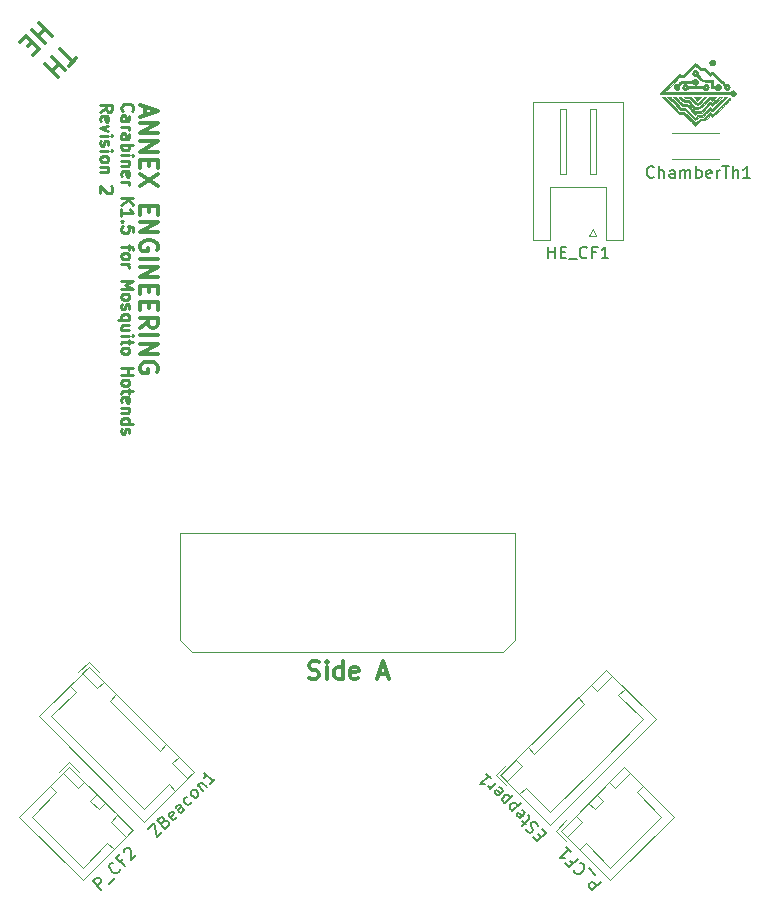
<source format=gbr>
%TF.GenerationSoftware,KiCad,Pcbnew,(6.0.8)*%
%TF.CreationDate,2023-01-17T07:54:51-05:00*%
%TF.ProjectId,K1+K2 Carabiner for Mosquito,4b312b4b-3220-4436-9172-6162696e6572,rev?*%
%TF.SameCoordinates,Original*%
%TF.FileFunction,Legend,Top*%
%TF.FilePolarity,Positive*%
%FSLAX46Y46*%
G04 Gerber Fmt 4.6, Leading zero omitted, Abs format (unit mm)*
G04 Created by KiCad (PCBNEW (6.0.8)) date 2023-01-17 07:54:51*
%MOMM*%
%LPD*%
G01*
G04 APERTURE LIST*
%ADD10C,0.300000*%
%ADD11C,0.250000*%
%ADD12C,0.150000*%
%ADD13C,0.120000*%
%ADD14C,0.010000*%
G04 APERTURE END LIST*
D10*
X37203690Y-39320954D02*
X36143030Y-38260294D01*
X36648106Y-38765370D02*
X36042015Y-39371461D01*
X36597599Y-39927045D02*
X35536938Y-38866385D01*
X35536938Y-39876538D02*
X35183385Y-40230091D01*
X35587446Y-40937198D02*
X36092522Y-40432122D01*
X35031862Y-39371461D01*
X34526786Y-39876538D01*
X45110000Y-45348000D02*
X45110000Y-46062285D01*
X44681428Y-45205142D02*
X46181428Y-45705142D01*
X44681428Y-46205142D01*
X44681428Y-46705142D02*
X46181428Y-46705142D01*
X44681428Y-47562285D01*
X46181428Y-47562285D01*
X44681428Y-48276571D02*
X46181428Y-48276571D01*
X44681428Y-49133714D01*
X46181428Y-49133714D01*
X45467142Y-49848000D02*
X45467142Y-50348000D01*
X44681428Y-50562285D02*
X44681428Y-49848000D01*
X46181428Y-49848000D01*
X46181428Y-50562285D01*
X46181428Y-51062285D02*
X44681428Y-52062285D01*
X46181428Y-52062285D02*
X44681428Y-51062285D01*
X45467142Y-53776571D02*
X45467142Y-54276571D01*
X44681428Y-54490857D02*
X44681428Y-53776571D01*
X46181428Y-53776571D01*
X46181428Y-54490857D01*
X44681428Y-55133714D02*
X46181428Y-55133714D01*
X44681428Y-55990857D01*
X46181428Y-55990857D01*
X46110000Y-57490857D02*
X46181428Y-57348000D01*
X46181428Y-57133714D01*
X46110000Y-56919428D01*
X45967142Y-56776571D01*
X45824285Y-56705142D01*
X45538571Y-56633714D01*
X45324285Y-56633714D01*
X45038571Y-56705142D01*
X44895714Y-56776571D01*
X44752857Y-56919428D01*
X44681428Y-57133714D01*
X44681428Y-57276571D01*
X44752857Y-57490857D01*
X44824285Y-57562285D01*
X45324285Y-57562285D01*
X45324285Y-57276571D01*
X44681428Y-58205142D02*
X46181428Y-58205142D01*
X44681428Y-58919428D02*
X46181428Y-58919428D01*
X44681428Y-59776571D01*
X46181428Y-59776571D01*
X45467142Y-60490857D02*
X45467142Y-60990857D01*
X44681428Y-61205142D02*
X44681428Y-60490857D01*
X46181428Y-60490857D01*
X46181428Y-61205142D01*
X45467142Y-61848000D02*
X45467142Y-62348000D01*
X44681428Y-62562285D02*
X44681428Y-61848000D01*
X46181428Y-61848000D01*
X46181428Y-62562285D01*
X44681428Y-64062285D02*
X45395714Y-63562285D01*
X44681428Y-63205142D02*
X46181428Y-63205142D01*
X46181428Y-63776571D01*
X46110000Y-63919428D01*
X46038571Y-63990857D01*
X45895714Y-64062285D01*
X45681428Y-64062285D01*
X45538571Y-63990857D01*
X45467142Y-63919428D01*
X45395714Y-63776571D01*
X45395714Y-63205142D01*
X44681428Y-64705142D02*
X46181428Y-64705142D01*
X44681428Y-65419428D02*
X46181428Y-65419428D01*
X44681428Y-66276571D01*
X46181428Y-66276571D01*
X46110000Y-67776571D02*
X46181428Y-67633714D01*
X46181428Y-67419428D01*
X46110000Y-67205142D01*
X45967142Y-67062285D01*
X45824285Y-66990857D01*
X45538571Y-66919428D01*
X45324285Y-66919428D01*
X45038571Y-66990857D01*
X44895714Y-67062285D01*
X44752857Y-67205142D01*
X44681428Y-67419428D01*
X44681428Y-67562285D01*
X44752857Y-67776571D01*
X44824285Y-67848000D01*
X45324285Y-67848000D01*
X45324285Y-67562285D01*
D11*
X41330619Y-45752142D02*
X41806809Y-45418809D01*
X41330619Y-45180714D02*
X42330619Y-45180714D01*
X42330619Y-45561666D01*
X42283000Y-45656904D01*
X42235380Y-45704523D01*
X42140142Y-45752142D01*
X41997285Y-45752142D01*
X41902047Y-45704523D01*
X41854428Y-45656904D01*
X41806809Y-45561666D01*
X41806809Y-45180714D01*
X41378238Y-46561666D02*
X41330619Y-46466428D01*
X41330619Y-46275952D01*
X41378238Y-46180714D01*
X41473476Y-46133095D01*
X41854428Y-46133095D01*
X41949666Y-46180714D01*
X41997285Y-46275952D01*
X41997285Y-46466428D01*
X41949666Y-46561666D01*
X41854428Y-46609285D01*
X41759190Y-46609285D01*
X41663952Y-46133095D01*
X41997285Y-46942619D02*
X41330619Y-47180714D01*
X41997285Y-47418809D01*
X41330619Y-47799761D02*
X41997285Y-47799761D01*
X42330619Y-47799761D02*
X42283000Y-47752142D01*
X42235380Y-47799761D01*
X42283000Y-47847380D01*
X42330619Y-47799761D01*
X42235380Y-47799761D01*
X41378238Y-48228333D02*
X41330619Y-48323571D01*
X41330619Y-48514047D01*
X41378238Y-48609285D01*
X41473476Y-48656904D01*
X41521095Y-48656904D01*
X41616333Y-48609285D01*
X41663952Y-48514047D01*
X41663952Y-48371190D01*
X41711571Y-48275952D01*
X41806809Y-48228333D01*
X41854428Y-48228333D01*
X41949666Y-48275952D01*
X41997285Y-48371190D01*
X41997285Y-48514047D01*
X41949666Y-48609285D01*
X41330619Y-49085476D02*
X41997285Y-49085476D01*
X42330619Y-49085476D02*
X42283000Y-49037857D01*
X42235380Y-49085476D01*
X42283000Y-49133095D01*
X42330619Y-49085476D01*
X42235380Y-49085476D01*
X41330619Y-49704523D02*
X41378238Y-49609285D01*
X41425857Y-49561666D01*
X41521095Y-49514047D01*
X41806809Y-49514047D01*
X41902047Y-49561666D01*
X41949666Y-49609285D01*
X41997285Y-49704523D01*
X41997285Y-49847380D01*
X41949666Y-49942619D01*
X41902047Y-49990238D01*
X41806809Y-50037857D01*
X41521095Y-50037857D01*
X41425857Y-49990238D01*
X41378238Y-49942619D01*
X41330619Y-49847380D01*
X41330619Y-49704523D01*
X41997285Y-50466428D02*
X41330619Y-50466428D01*
X41902047Y-50466428D02*
X41949666Y-50514047D01*
X41997285Y-50609285D01*
X41997285Y-50752142D01*
X41949666Y-50847380D01*
X41854428Y-50895000D01*
X41330619Y-50895000D01*
X42235380Y-52085476D02*
X42283000Y-52133095D01*
X42330619Y-52228333D01*
X42330619Y-52466428D01*
X42283000Y-52561666D01*
X42235380Y-52609285D01*
X42140142Y-52656904D01*
X42044904Y-52656904D01*
X41902047Y-52609285D01*
X41330619Y-52037857D01*
X41330619Y-52656904D01*
X43203857Y-45697857D02*
X43156238Y-45650238D01*
X43108619Y-45507380D01*
X43108619Y-45412142D01*
X43156238Y-45269285D01*
X43251476Y-45174047D01*
X43346714Y-45126428D01*
X43537190Y-45078809D01*
X43680047Y-45078809D01*
X43870523Y-45126428D01*
X43965761Y-45174047D01*
X44061000Y-45269285D01*
X44108619Y-45412142D01*
X44108619Y-45507380D01*
X44061000Y-45650238D01*
X44013380Y-45697857D01*
X43108619Y-46555000D02*
X43632428Y-46555000D01*
X43727666Y-46507380D01*
X43775285Y-46412142D01*
X43775285Y-46221666D01*
X43727666Y-46126428D01*
X43156238Y-46555000D02*
X43108619Y-46459761D01*
X43108619Y-46221666D01*
X43156238Y-46126428D01*
X43251476Y-46078809D01*
X43346714Y-46078809D01*
X43441952Y-46126428D01*
X43489571Y-46221666D01*
X43489571Y-46459761D01*
X43537190Y-46555000D01*
X43108619Y-47031190D02*
X43775285Y-47031190D01*
X43584809Y-47031190D02*
X43680047Y-47078809D01*
X43727666Y-47126428D01*
X43775285Y-47221666D01*
X43775285Y-47316904D01*
X43108619Y-48078809D02*
X43632428Y-48078809D01*
X43727666Y-48031190D01*
X43775285Y-47935952D01*
X43775285Y-47745476D01*
X43727666Y-47650238D01*
X43156238Y-48078809D02*
X43108619Y-47983571D01*
X43108619Y-47745476D01*
X43156238Y-47650238D01*
X43251476Y-47602619D01*
X43346714Y-47602619D01*
X43441952Y-47650238D01*
X43489571Y-47745476D01*
X43489571Y-47983571D01*
X43537190Y-48078809D01*
X43108619Y-48554999D02*
X44108619Y-48554999D01*
X43727666Y-48554999D02*
X43775285Y-48650238D01*
X43775285Y-48840714D01*
X43727666Y-48935952D01*
X43680047Y-48983571D01*
X43584809Y-49031190D01*
X43299095Y-49031190D01*
X43203857Y-48983571D01*
X43156238Y-48935952D01*
X43108619Y-48840714D01*
X43108619Y-48650238D01*
X43156238Y-48554999D01*
X43108619Y-49459761D02*
X43775285Y-49459761D01*
X44108619Y-49459761D02*
X44061000Y-49412142D01*
X44013380Y-49459761D01*
X44061000Y-49507380D01*
X44108619Y-49459761D01*
X44013380Y-49459761D01*
X43775285Y-49935952D02*
X43108619Y-49935952D01*
X43680047Y-49935952D02*
X43727666Y-49983571D01*
X43775285Y-50078809D01*
X43775285Y-50221666D01*
X43727666Y-50316904D01*
X43632428Y-50364523D01*
X43108619Y-50364523D01*
X43156238Y-51221666D02*
X43108619Y-51126428D01*
X43108619Y-50935952D01*
X43156238Y-50840714D01*
X43251476Y-50793095D01*
X43632428Y-50793095D01*
X43727666Y-50840714D01*
X43775285Y-50935952D01*
X43775285Y-51126428D01*
X43727666Y-51221666D01*
X43632428Y-51269285D01*
X43537190Y-51269285D01*
X43441952Y-50793095D01*
X43108619Y-51697857D02*
X43775285Y-51697857D01*
X43584809Y-51697857D02*
X43680047Y-51745476D01*
X43727666Y-51793095D01*
X43775285Y-51888333D01*
X43775285Y-51983571D01*
X43108619Y-53078809D02*
X44108619Y-53078809D01*
X43108619Y-53650238D02*
X43680047Y-53221666D01*
X44108619Y-53650238D02*
X43537190Y-53078809D01*
X43108619Y-54602619D02*
X43108619Y-54031190D01*
X43108619Y-54316904D02*
X44108619Y-54316904D01*
X43965761Y-54221666D01*
X43870523Y-54126428D01*
X43822904Y-54031190D01*
X43203857Y-55031190D02*
X43156238Y-55078809D01*
X43108619Y-55031190D01*
X43156238Y-54983571D01*
X43203857Y-55031190D01*
X43108619Y-55031190D01*
X44108619Y-55983571D02*
X44108619Y-55507380D01*
X43632428Y-55459761D01*
X43680047Y-55507380D01*
X43727666Y-55602619D01*
X43727666Y-55840714D01*
X43680047Y-55935952D01*
X43632428Y-55983571D01*
X43537190Y-56031190D01*
X43299095Y-56031190D01*
X43203857Y-55983571D01*
X43156238Y-55935952D01*
X43108619Y-55840714D01*
X43108619Y-55602619D01*
X43156238Y-55507380D01*
X43203857Y-55459761D01*
X43775285Y-57078809D02*
X43775285Y-57459761D01*
X43108619Y-57221666D02*
X43965761Y-57221666D01*
X44061000Y-57269285D01*
X44108619Y-57364523D01*
X44108619Y-57459761D01*
X43108619Y-57935952D02*
X43156238Y-57840714D01*
X43203857Y-57793095D01*
X43299095Y-57745476D01*
X43584809Y-57745476D01*
X43680047Y-57793095D01*
X43727666Y-57840714D01*
X43775285Y-57935952D01*
X43775285Y-58078809D01*
X43727666Y-58174047D01*
X43680047Y-58221666D01*
X43584809Y-58269285D01*
X43299095Y-58269285D01*
X43203857Y-58221666D01*
X43156238Y-58174047D01*
X43108619Y-58078809D01*
X43108619Y-57935952D01*
X43108619Y-58697857D02*
X43775285Y-58697857D01*
X43584809Y-58697857D02*
X43680047Y-58745476D01*
X43727666Y-58793095D01*
X43775285Y-58888333D01*
X43775285Y-58983571D01*
X43108619Y-60078809D02*
X44108619Y-60078809D01*
X43394333Y-60412142D01*
X44108619Y-60745476D01*
X43108619Y-60745476D01*
X43108619Y-61364523D02*
X43156238Y-61269285D01*
X43203857Y-61221666D01*
X43299095Y-61174047D01*
X43584809Y-61174047D01*
X43680047Y-61221666D01*
X43727666Y-61269285D01*
X43775285Y-61364523D01*
X43775285Y-61507380D01*
X43727666Y-61602619D01*
X43680047Y-61650238D01*
X43584809Y-61697857D01*
X43299095Y-61697857D01*
X43203857Y-61650238D01*
X43156238Y-61602619D01*
X43108619Y-61507380D01*
X43108619Y-61364523D01*
X43156238Y-62078809D02*
X43108619Y-62174047D01*
X43108619Y-62364523D01*
X43156238Y-62459761D01*
X43251476Y-62507380D01*
X43299095Y-62507380D01*
X43394333Y-62459761D01*
X43441952Y-62364523D01*
X43441952Y-62221666D01*
X43489571Y-62126428D01*
X43584809Y-62078809D01*
X43632428Y-62078809D01*
X43727666Y-62126428D01*
X43775285Y-62221666D01*
X43775285Y-62364523D01*
X43727666Y-62459761D01*
X43775285Y-63364523D02*
X42775285Y-63364523D01*
X43156238Y-63364523D02*
X43108619Y-63269285D01*
X43108619Y-63078809D01*
X43156238Y-62983571D01*
X43203857Y-62935952D01*
X43299095Y-62888333D01*
X43584809Y-62888333D01*
X43680047Y-62935952D01*
X43727666Y-62983571D01*
X43775285Y-63078809D01*
X43775285Y-63269285D01*
X43727666Y-63364523D01*
X43775285Y-64269285D02*
X43108619Y-64269285D01*
X43775285Y-63840714D02*
X43251476Y-63840714D01*
X43156238Y-63888333D01*
X43108619Y-63983571D01*
X43108619Y-64126428D01*
X43156238Y-64221666D01*
X43203857Y-64269285D01*
X43108619Y-64745476D02*
X43775285Y-64745476D01*
X44108619Y-64745476D02*
X44061000Y-64697857D01*
X44013380Y-64745476D01*
X44061000Y-64793095D01*
X44108619Y-64745476D01*
X44013380Y-64745476D01*
X43775285Y-65078809D02*
X43775285Y-65459761D01*
X44108619Y-65221666D02*
X43251476Y-65221666D01*
X43156238Y-65269285D01*
X43108619Y-65364523D01*
X43108619Y-65459761D01*
X43108619Y-65935952D02*
X43156238Y-65840714D01*
X43203857Y-65793095D01*
X43299095Y-65745476D01*
X43584809Y-65745476D01*
X43680047Y-65793095D01*
X43727666Y-65840714D01*
X43775285Y-65935952D01*
X43775285Y-66078809D01*
X43727666Y-66174047D01*
X43680047Y-66221666D01*
X43584809Y-66269285D01*
X43299095Y-66269285D01*
X43203857Y-66221666D01*
X43156238Y-66174047D01*
X43108619Y-66078809D01*
X43108619Y-65935952D01*
X43108619Y-67459761D02*
X44108619Y-67459761D01*
X43632428Y-67459761D02*
X43632428Y-68031190D01*
X43108619Y-68031190D02*
X44108619Y-68031190D01*
X43108619Y-68650238D02*
X43156238Y-68554999D01*
X43203857Y-68507380D01*
X43299095Y-68459761D01*
X43584809Y-68459761D01*
X43680047Y-68507380D01*
X43727666Y-68554999D01*
X43775285Y-68650238D01*
X43775285Y-68793095D01*
X43727666Y-68888333D01*
X43680047Y-68935952D01*
X43584809Y-68983571D01*
X43299095Y-68983571D01*
X43203857Y-68935952D01*
X43156238Y-68888333D01*
X43108619Y-68793095D01*
X43108619Y-68650238D01*
X43775285Y-69269285D02*
X43775285Y-69650238D01*
X44108619Y-69412142D02*
X43251476Y-69412142D01*
X43156238Y-69459761D01*
X43108619Y-69554999D01*
X43108619Y-69650238D01*
X43156238Y-70364523D02*
X43108619Y-70269285D01*
X43108619Y-70078809D01*
X43156238Y-69983571D01*
X43251476Y-69935952D01*
X43632428Y-69935952D01*
X43727666Y-69983571D01*
X43775285Y-70078809D01*
X43775285Y-70269285D01*
X43727666Y-70364523D01*
X43632428Y-70412142D01*
X43537190Y-70412142D01*
X43441952Y-69935952D01*
X43775285Y-70840714D02*
X43108619Y-70840714D01*
X43680047Y-70840714D02*
X43727666Y-70888333D01*
X43775285Y-70983571D01*
X43775285Y-71126428D01*
X43727666Y-71221666D01*
X43632428Y-71269285D01*
X43108619Y-71269285D01*
X43108619Y-72174047D02*
X44108619Y-72174047D01*
X43156238Y-72174047D02*
X43108619Y-72078809D01*
X43108619Y-71888333D01*
X43156238Y-71793095D01*
X43203857Y-71745476D01*
X43299095Y-71697857D01*
X43584809Y-71697857D01*
X43680047Y-71745476D01*
X43727666Y-71793095D01*
X43775285Y-71888333D01*
X43775285Y-72078809D01*
X43727666Y-72174047D01*
X43156238Y-72602619D02*
X43108619Y-72697857D01*
X43108619Y-72888333D01*
X43156238Y-72983571D01*
X43251476Y-73031190D01*
X43299095Y-73031190D01*
X43394333Y-72983571D01*
X43441952Y-72888333D01*
X43441952Y-72745476D01*
X43489571Y-72650238D01*
X43584809Y-72602619D01*
X43632428Y-72602619D01*
X43727666Y-72650238D01*
X43775285Y-72745476D01*
X43775285Y-72888333D01*
X43727666Y-72983571D01*
D10*
X58988571Y-93717142D02*
X59202857Y-93788571D01*
X59560000Y-93788571D01*
X59702857Y-93717142D01*
X59774285Y-93645714D01*
X59845714Y-93502857D01*
X59845714Y-93360000D01*
X59774285Y-93217142D01*
X59702857Y-93145714D01*
X59560000Y-93074285D01*
X59274285Y-93002857D01*
X59131428Y-92931428D01*
X59060000Y-92860000D01*
X58988571Y-92717142D01*
X58988571Y-92574285D01*
X59060000Y-92431428D01*
X59131428Y-92360000D01*
X59274285Y-92288571D01*
X59631428Y-92288571D01*
X59845714Y-92360000D01*
X60488571Y-93788571D02*
X60488571Y-92788571D01*
X60488571Y-92288571D02*
X60417142Y-92360000D01*
X60488571Y-92431428D01*
X60560000Y-92360000D01*
X60488571Y-92288571D01*
X60488571Y-92431428D01*
X61845714Y-93788571D02*
X61845714Y-92288571D01*
X61845714Y-93717142D02*
X61702857Y-93788571D01*
X61417142Y-93788571D01*
X61274285Y-93717142D01*
X61202857Y-93645714D01*
X61131428Y-93502857D01*
X61131428Y-93074285D01*
X61202857Y-92931428D01*
X61274285Y-92860000D01*
X61417142Y-92788571D01*
X61702857Y-92788571D01*
X61845714Y-92860000D01*
X63131428Y-93717142D02*
X62988571Y-93788571D01*
X62702857Y-93788571D01*
X62560000Y-93717142D01*
X62488571Y-93574285D01*
X62488571Y-93002857D01*
X62560000Y-92860000D01*
X62702857Y-92788571D01*
X62988571Y-92788571D01*
X63131428Y-92860000D01*
X63202857Y-93002857D01*
X63202857Y-93145714D01*
X62488571Y-93288571D01*
X64917142Y-93360000D02*
X65631428Y-93360000D01*
X64774285Y-93788571D02*
X65274285Y-92288571D01*
X65774285Y-93788571D01*
X39285467Y-41251208D02*
X38679375Y-41857299D01*
X37921761Y-40493593D02*
X38982421Y-41554253D01*
X37265162Y-41150192D02*
X38325822Y-42210852D01*
X37820746Y-41705776D02*
X37214654Y-42311868D01*
X36659070Y-41756284D02*
X37719730Y-42816944D01*
D12*
%TO.C,P_CF2*%
X41416996Y-111622766D02*
X40709889Y-110915660D01*
X40979263Y-110646286D01*
X41080278Y-110612614D01*
X41147622Y-110612614D01*
X41248637Y-110646286D01*
X41349652Y-110747301D01*
X41383324Y-110848316D01*
X41383324Y-110915660D01*
X41349652Y-111016675D01*
X41080278Y-111286049D01*
X42023087Y-111151362D02*
X42561835Y-110612614D01*
X42999568Y-109905507D02*
X42999568Y-109972851D01*
X42932225Y-110107538D01*
X42864881Y-110174881D01*
X42730194Y-110242225D01*
X42595507Y-110242225D01*
X42494492Y-110208553D01*
X42326133Y-110107538D01*
X42225118Y-110006522D01*
X42124103Y-109838164D01*
X42090431Y-109737148D01*
X42090431Y-109602461D01*
X42157774Y-109467774D01*
X42225118Y-109400431D01*
X42359805Y-109333087D01*
X42427148Y-109333087D01*
X43235270Y-109063713D02*
X42999568Y-109299416D01*
X43369957Y-109669805D02*
X42662851Y-108962698D01*
X42999568Y-108625981D01*
X43302614Y-108457622D02*
X43302614Y-108390278D01*
X43336286Y-108289263D01*
X43504644Y-108120904D01*
X43605660Y-108087233D01*
X43673003Y-108087233D01*
X43774018Y-108120904D01*
X43841362Y-108188248D01*
X43908705Y-108322935D01*
X43908705Y-109131057D01*
X44346438Y-108693324D01*
%TO.C,EStepper1*%
X78641201Y-107190217D02*
X78405499Y-106954514D01*
X78674873Y-106483110D02*
X79011591Y-106819827D01*
X78304484Y-107526934D01*
X77967766Y-107190217D01*
X78371827Y-106247408D02*
X78304484Y-106112721D01*
X78136125Y-105944362D01*
X78035110Y-105910690D01*
X77967766Y-105910690D01*
X77866751Y-105944362D01*
X77799408Y-106011705D01*
X77765736Y-106112721D01*
X77765736Y-106180064D01*
X77799408Y-106281079D01*
X77900423Y-106449438D01*
X77934095Y-106550453D01*
X77934095Y-106617797D01*
X77900423Y-106718812D01*
X77833079Y-106786156D01*
X77732064Y-106819827D01*
X77664721Y-106819827D01*
X77563705Y-106786156D01*
X77395347Y-106617797D01*
X77328003Y-106483110D01*
X77328003Y-106079049D02*
X77058629Y-105809675D01*
X76991286Y-106213736D02*
X77597377Y-105607644D01*
X77631049Y-105506629D01*
X77597377Y-105405614D01*
X77530034Y-105338270D01*
X76991286Y-104866866D02*
X77092301Y-104900538D01*
X77226988Y-105035225D01*
X77260660Y-105136240D01*
X77226988Y-105237255D01*
X76957614Y-105506629D01*
X76856599Y-105540301D01*
X76755583Y-105506629D01*
X76620896Y-105371942D01*
X76587225Y-105270927D01*
X76620896Y-105169912D01*
X76688240Y-105102568D01*
X77092301Y-105371942D01*
X76216835Y-104967881D02*
X76923942Y-104260774D01*
X76250507Y-104934209D02*
X76149492Y-104900538D01*
X76014805Y-104765851D01*
X75981133Y-104664835D01*
X75981133Y-104597492D01*
X76014805Y-104496477D01*
X76216835Y-104294446D01*
X76317851Y-104260774D01*
X76385194Y-104260774D01*
X76486209Y-104294446D01*
X76620896Y-104429133D01*
X76654568Y-104530148D01*
X75577072Y-104328118D02*
X76284179Y-103621011D01*
X75610744Y-104294446D02*
X75509729Y-104260774D01*
X75375042Y-104126087D01*
X75341370Y-104025072D01*
X75341370Y-103957729D01*
X75375042Y-103856713D01*
X75577072Y-103654683D01*
X75678087Y-103621011D01*
X75745431Y-103621011D01*
X75846446Y-103654683D01*
X75981133Y-103789370D01*
X76014805Y-103890385D01*
X75105668Y-102981248D02*
X75206683Y-103014920D01*
X75341370Y-103149607D01*
X75375042Y-103250622D01*
X75341370Y-103351637D01*
X75071996Y-103621011D01*
X74970981Y-103654683D01*
X74869965Y-103621011D01*
X74735278Y-103486324D01*
X74701607Y-103385309D01*
X74735278Y-103284294D01*
X74802622Y-103216950D01*
X75206683Y-103486324D01*
X74802622Y-102610859D02*
X74331217Y-103082263D01*
X74465904Y-102947576D02*
X74364889Y-102981248D01*
X74297546Y-102981248D01*
X74196530Y-102947576D01*
X74129187Y-102880233D01*
X73994500Y-101802736D02*
X74398561Y-102206798D01*
X74196530Y-102004767D02*
X73489424Y-102711874D01*
X73657782Y-102678202D01*
X73792469Y-102678202D01*
X73893485Y-102711874D01*
%TO.C,ChamberTh1*%
X88186095Y-51284142D02*
X88138476Y-51331761D01*
X87995619Y-51379380D01*
X87900380Y-51379380D01*
X87757523Y-51331761D01*
X87662285Y-51236523D01*
X87614666Y-51141285D01*
X87567047Y-50950809D01*
X87567047Y-50807952D01*
X87614666Y-50617476D01*
X87662285Y-50522238D01*
X87757523Y-50427000D01*
X87900380Y-50379380D01*
X87995619Y-50379380D01*
X88138476Y-50427000D01*
X88186095Y-50474619D01*
X88614666Y-51379380D02*
X88614666Y-50379380D01*
X89043238Y-51379380D02*
X89043238Y-50855571D01*
X88995619Y-50760333D01*
X88900380Y-50712714D01*
X88757523Y-50712714D01*
X88662285Y-50760333D01*
X88614666Y-50807952D01*
X89948000Y-51379380D02*
X89948000Y-50855571D01*
X89900380Y-50760333D01*
X89805142Y-50712714D01*
X89614666Y-50712714D01*
X89519428Y-50760333D01*
X89948000Y-51331761D02*
X89852761Y-51379380D01*
X89614666Y-51379380D01*
X89519428Y-51331761D01*
X89471809Y-51236523D01*
X89471809Y-51141285D01*
X89519428Y-51046047D01*
X89614666Y-50998428D01*
X89852761Y-50998428D01*
X89948000Y-50950809D01*
X90424190Y-51379380D02*
X90424190Y-50712714D01*
X90424190Y-50807952D02*
X90471809Y-50760333D01*
X90567047Y-50712714D01*
X90709904Y-50712714D01*
X90805142Y-50760333D01*
X90852761Y-50855571D01*
X90852761Y-51379380D01*
X90852761Y-50855571D02*
X90900380Y-50760333D01*
X90995619Y-50712714D01*
X91138476Y-50712714D01*
X91233714Y-50760333D01*
X91281333Y-50855571D01*
X91281333Y-51379380D01*
X91757523Y-51379380D02*
X91757523Y-50379380D01*
X91757523Y-50760333D02*
X91852761Y-50712714D01*
X92043238Y-50712714D01*
X92138476Y-50760333D01*
X92186095Y-50807952D01*
X92233714Y-50903190D01*
X92233714Y-51188904D01*
X92186095Y-51284142D01*
X92138476Y-51331761D01*
X92043238Y-51379380D01*
X91852761Y-51379380D01*
X91757523Y-51331761D01*
X93043238Y-51331761D02*
X92948000Y-51379380D01*
X92757523Y-51379380D01*
X92662285Y-51331761D01*
X92614666Y-51236523D01*
X92614666Y-50855571D01*
X92662285Y-50760333D01*
X92757523Y-50712714D01*
X92948000Y-50712714D01*
X93043238Y-50760333D01*
X93090857Y-50855571D01*
X93090857Y-50950809D01*
X92614666Y-51046047D01*
X93519428Y-51379380D02*
X93519428Y-50712714D01*
X93519428Y-50903190D02*
X93567047Y-50807952D01*
X93614666Y-50760333D01*
X93709904Y-50712714D01*
X93805142Y-50712714D01*
X93995619Y-50379380D02*
X94567047Y-50379380D01*
X94281333Y-51379380D02*
X94281333Y-50379380D01*
X94900380Y-51379380D02*
X94900380Y-50379380D01*
X95328952Y-51379380D02*
X95328952Y-50855571D01*
X95281333Y-50760333D01*
X95186095Y-50712714D01*
X95043238Y-50712714D01*
X94948000Y-50760333D01*
X94900380Y-50807952D01*
X96328952Y-51379380D02*
X95757523Y-51379380D01*
X96043238Y-51379380D02*
X96043238Y-50379380D01*
X95948000Y-50522238D01*
X95852761Y-50617476D01*
X95757523Y-50665095D01*
%TO.C,ZBeacon1*%
X45381065Y-106498485D02*
X45852469Y-106027080D01*
X46088172Y-107205592D01*
X46559576Y-106734187D01*
X46694263Y-105858722D02*
X46828950Y-105791378D01*
X46896294Y-105791378D01*
X46997309Y-105825050D01*
X47098324Y-105926065D01*
X47131996Y-106027080D01*
X47131996Y-106094424D01*
X47098324Y-106195439D01*
X46828950Y-106464813D01*
X46121843Y-105757706D01*
X46357546Y-105522004D01*
X46458561Y-105488332D01*
X46525904Y-105488332D01*
X46626920Y-105522004D01*
X46694263Y-105589348D01*
X46727935Y-105690363D01*
X46727935Y-105757706D01*
X46694263Y-105858722D01*
X46458561Y-106094424D01*
X47771759Y-105454661D02*
X47738087Y-105555676D01*
X47603400Y-105690363D01*
X47502385Y-105724035D01*
X47401370Y-105690363D01*
X47131996Y-105420989D01*
X47098324Y-105319974D01*
X47131996Y-105218958D01*
X47266683Y-105084271D01*
X47367698Y-105050600D01*
X47468713Y-105084271D01*
X47536057Y-105151615D01*
X47266683Y-105555676D01*
X48445194Y-104848569D02*
X48074805Y-104478180D01*
X47973790Y-104444508D01*
X47872774Y-104478180D01*
X47738087Y-104612867D01*
X47704416Y-104713882D01*
X48411522Y-104814897D02*
X48377851Y-104915913D01*
X48209492Y-105084271D01*
X48108477Y-105117943D01*
X48007461Y-105084271D01*
X47940118Y-105016928D01*
X47906446Y-104915913D01*
X47940118Y-104814897D01*
X48108477Y-104646539D01*
X48142148Y-104545523D01*
X49051286Y-104175134D02*
X49017614Y-104276149D01*
X48882927Y-104410836D01*
X48781912Y-104444508D01*
X48714568Y-104444508D01*
X48613553Y-104410836D01*
X48411522Y-104208806D01*
X48377851Y-104107791D01*
X48377851Y-104040447D01*
X48411522Y-103939432D01*
X48546209Y-103804745D01*
X48647225Y-103771073D01*
X49489018Y-103804745D02*
X49388003Y-103838417D01*
X49320660Y-103838417D01*
X49219644Y-103804745D01*
X49017614Y-103602714D01*
X48983942Y-103501699D01*
X48983942Y-103434356D01*
X49017614Y-103333340D01*
X49118629Y-103232325D01*
X49219644Y-103198653D01*
X49286988Y-103198653D01*
X49388003Y-103232325D01*
X49590034Y-103434356D01*
X49623705Y-103535371D01*
X49623705Y-103602714D01*
X49590034Y-103703730D01*
X49489018Y-103804745D01*
X49556362Y-102794592D02*
X50027766Y-103265997D01*
X49623705Y-102861936D02*
X49623705Y-102794592D01*
X49657377Y-102693577D01*
X49758392Y-102592562D01*
X49859408Y-102558890D01*
X49960423Y-102592562D01*
X50330812Y-102962951D01*
X51037919Y-102255844D02*
X50633858Y-102659905D01*
X50835888Y-102457875D02*
X50128782Y-101750768D01*
X50162453Y-101919127D01*
X50162453Y-102053814D01*
X50128782Y-102154829D01*
%TO.C,HE_CF1*%
X79244190Y-58181380D02*
X79244190Y-57181380D01*
X79244190Y-57657571D02*
X79815619Y-57657571D01*
X79815619Y-58181380D02*
X79815619Y-57181380D01*
X80291809Y-57657571D02*
X80625142Y-57657571D01*
X80768000Y-58181380D02*
X80291809Y-58181380D01*
X80291809Y-57181380D01*
X80768000Y-57181380D01*
X80958476Y-58276619D02*
X81720380Y-58276619D01*
X82529904Y-58086142D02*
X82482285Y-58133761D01*
X82339428Y-58181380D01*
X82244190Y-58181380D01*
X82101333Y-58133761D01*
X82006095Y-58038523D01*
X81958476Y-57943285D01*
X81910857Y-57752809D01*
X81910857Y-57609952D01*
X81958476Y-57419476D01*
X82006095Y-57324238D01*
X82101333Y-57229000D01*
X82244190Y-57181380D01*
X82339428Y-57181380D01*
X82482285Y-57229000D01*
X82529904Y-57276619D01*
X83291809Y-57657571D02*
X82958476Y-57657571D01*
X82958476Y-58181380D02*
X82958476Y-57181380D01*
X83434666Y-57181380D01*
X84339428Y-58181380D02*
X83768000Y-58181380D01*
X84053714Y-58181380D02*
X84053714Y-57181380D01*
X83958476Y-57324238D01*
X83863238Y-57419476D01*
X83768000Y-57467095D01*
%TO.C,P_CF1*%
X83682766Y-110983003D02*
X82975660Y-111690110D01*
X82706286Y-111420736D01*
X82672614Y-111319721D01*
X82672614Y-111252377D01*
X82706286Y-111151362D01*
X82807301Y-111050347D01*
X82908316Y-111016675D01*
X82975660Y-111016675D01*
X83076675Y-111050347D01*
X83346049Y-111319721D01*
X83211362Y-110376912D02*
X82672614Y-109838164D01*
X81965507Y-109400431D02*
X82032851Y-109400431D01*
X82167538Y-109467774D01*
X82234881Y-109535118D01*
X82302225Y-109669805D01*
X82302225Y-109804492D01*
X82268553Y-109905507D01*
X82167538Y-110073866D01*
X82066522Y-110174881D01*
X81898164Y-110275896D01*
X81797148Y-110309568D01*
X81662461Y-110309568D01*
X81527774Y-110242225D01*
X81460431Y-110174881D01*
X81393087Y-110040194D01*
X81393087Y-109972851D01*
X81123713Y-109164729D02*
X81359416Y-109400431D01*
X81729805Y-109030042D02*
X81022698Y-109737148D01*
X80685981Y-109400431D01*
X80753324Y-108053561D02*
X81157385Y-108457622D01*
X80955355Y-108255591D02*
X80248248Y-108962698D01*
X80416607Y-108929026D01*
X80551294Y-108929026D01*
X80652309Y-108962698D01*
D13*
%TO.C,P_CF2*%
X40997742Y-103572918D02*
X40467412Y-104103249D01*
X39831016Y-110834905D02*
X44052443Y-106613478D01*
X39548173Y-101699086D02*
X38664289Y-100815202D01*
X37603629Y-103360786D02*
X35517664Y-105446751D01*
X42447311Y-108204468D02*
X41916981Y-107674138D01*
X38664289Y-101225324D02*
X34442862Y-105446751D01*
X34442862Y-105446751D02*
X39831016Y-110834905D01*
X42765509Y-105340685D02*
X42235179Y-105871016D01*
X40467412Y-104103249D02*
X41174518Y-104810355D01*
X37073299Y-102830456D02*
X37603629Y-103360786D01*
X39937082Y-102512258D02*
X38664289Y-101239466D01*
X35517664Y-105446751D02*
X37674340Y-107603427D01*
X41916981Y-107674138D02*
X39831016Y-109760103D01*
X38133959Y-101769796D02*
X39406751Y-103042588D01*
X38664289Y-101239466D02*
X38133959Y-101769796D01*
X38664289Y-100815202D02*
X37780406Y-101699086D01*
X39831016Y-109760103D02*
X37674340Y-107603427D01*
X41174518Y-104810355D02*
X41704848Y-104280025D01*
X43507971Y-107143808D02*
X44038301Y-106613478D01*
X39406751Y-103042588D02*
X39937082Y-102512258D01*
X42235179Y-105871016D02*
X43507971Y-107143808D01*
X44052443Y-106613478D02*
X38664289Y-101225324D01*
X44038301Y-106613478D02*
X42765509Y-105340685D01*
X41704848Y-104280025D02*
X40997742Y-103572918D01*
%TO.C,EStepper1*%
X75734796Y-102455041D02*
X77007588Y-101182249D01*
X85705002Y-94606155D02*
X85174672Y-95136486D01*
X74780202Y-101924711D02*
X75664086Y-102808594D01*
X81780559Y-95348618D02*
X77537918Y-99591258D01*
X82841219Y-94287957D02*
X83371549Y-94818288D01*
X85174672Y-95136486D02*
X87260637Y-97222451D01*
X88335439Y-97222451D02*
X84114012Y-93001023D01*
X78068249Y-100121588D02*
X82310889Y-95878948D01*
X77537918Y-99591258D02*
X78068249Y-100121588D01*
X75204466Y-101924711D02*
X75734796Y-102455041D01*
X76795456Y-103515701D02*
X77325786Y-102985371D01*
X77007588Y-101182249D02*
X76477258Y-100651918D01*
X77325786Y-102985371D02*
X79411751Y-105071336D01*
X84114012Y-93001023D02*
X75190324Y-101924711D01*
X75190324Y-101924711D02*
X79411751Y-106146138D01*
X84114012Y-93015165D02*
X82841219Y-94287957D01*
X82310889Y-95878948D02*
X81780559Y-95348618D01*
X83371549Y-94818288D02*
X84644342Y-93545495D01*
X76477258Y-100651918D02*
X75204466Y-101924711D01*
X84644342Y-93545495D02*
X84114012Y-93015165D01*
X79411751Y-105071336D02*
X83336194Y-101146893D01*
X87260637Y-97222451D02*
X83336194Y-101146893D01*
X79411751Y-106146138D02*
X88335439Y-97222451D01*
X75664086Y-101040827D02*
X74780202Y-101924711D01*
%TO.C,Carabiner_Input1*%
X75415000Y-91530000D02*
X49045000Y-91530000D01*
X76415000Y-90530000D02*
X75415000Y-91530000D01*
X48045000Y-90530000D02*
X48045000Y-81400000D01*
X48045000Y-81400000D02*
X76415000Y-81400000D01*
X76415000Y-81400000D02*
X76415000Y-90530000D01*
X49045000Y-91530000D02*
X48045000Y-90530000D01*
%TO.C,ChamberTh1*%
X93694000Y-47541000D02*
X89694000Y-47541000D01*
X89694000Y-49776000D02*
X93694000Y-49776000D01*
%TO.C,ZBeacon1*%
X49230416Y-101665131D02*
X47957624Y-100392338D01*
X38729880Y-94346575D02*
X39260210Y-94876905D01*
X36099443Y-96962870D02*
X45023130Y-105886558D01*
X45023130Y-105886558D02*
X49244558Y-101665131D01*
X41204754Y-93215205D02*
X40320870Y-92331321D01*
X49244558Y-101665131D02*
X40320870Y-92741443D01*
X40320870Y-92331321D02*
X39436987Y-93215205D01*
X47639426Y-103256121D02*
X47109095Y-102725791D01*
X41593663Y-94028377D02*
X40320870Y-92755585D01*
X47957624Y-100392338D02*
X47427293Y-100922668D01*
X39260210Y-94876905D02*
X37174245Y-96962870D01*
X46896963Y-99331678D02*
X42654323Y-95089037D01*
X37174245Y-96962870D02*
X41098688Y-100887313D01*
X40320870Y-92755585D02*
X39790540Y-93285915D01*
X46366633Y-99862008D02*
X46896963Y-99331678D01*
X47109095Y-102725791D02*
X45023130Y-104811756D01*
X39790540Y-93285915D02*
X41063332Y-94558707D01*
X48700086Y-102195461D02*
X49230416Y-101665131D01*
X47427293Y-100922668D02*
X48700086Y-102195461D01*
X40320870Y-92741443D02*
X36099443Y-96962870D01*
X42123993Y-95619368D02*
X46366633Y-99862008D01*
X41063332Y-94558707D02*
X41593663Y-94028377D01*
X45023130Y-104811756D02*
X41098688Y-100887313D01*
X42654323Y-95089037D02*
X42123993Y-95619368D01*
%TO.C,HE_CF1*%
X82718000Y-56329000D02*
X83018000Y-55729000D01*
X85578000Y-56639000D02*
X84158000Y-56639000D01*
X83318000Y-56329000D02*
X82718000Y-56329000D01*
X81768000Y-44919000D02*
X85578000Y-44919000D01*
X84158000Y-56639000D02*
X84158000Y-52139000D01*
X80768000Y-51029000D02*
X80768000Y-45529000D01*
X81768000Y-44919000D02*
X77958000Y-44919000D01*
X80768000Y-45529000D02*
X80268000Y-45529000D01*
X80268000Y-51029000D02*
X80768000Y-51029000D01*
X77958000Y-44919000D02*
X77958000Y-56639000D01*
X82768000Y-51029000D02*
X83268000Y-51029000D01*
X83268000Y-51029000D02*
X83268000Y-45529000D01*
X82768000Y-45529000D02*
X82768000Y-51029000D01*
X79378000Y-52139000D02*
X81768000Y-52139000D01*
X77958000Y-56639000D02*
X79378000Y-56639000D01*
X80268000Y-45529000D02*
X80268000Y-51029000D01*
X83018000Y-55729000D02*
X83318000Y-56329000D01*
X79378000Y-56639000D02*
X79378000Y-52139000D01*
X85578000Y-44919000D02*
X85578000Y-56639000D01*
X83268000Y-45529000D02*
X82768000Y-45529000D01*
X84158000Y-52139000D02*
X81768000Y-52139000D01*
%TO.C,P_CF1*%
X79875088Y-106628364D02*
X80758972Y-107512247D01*
X81572144Y-105355571D02*
X80299352Y-106628364D01*
X85673364Y-101240210D02*
X80285210Y-106628364D01*
X84400571Y-102527144D02*
X84930902Y-103057474D01*
X80829682Y-107158694D02*
X82102474Y-105885902D01*
X89894791Y-105461637D02*
X85673364Y-101240210D01*
X86203694Y-101784682D02*
X85673364Y-101254352D01*
X83163135Y-104825241D02*
X83870241Y-104118135D01*
X88819989Y-105461637D02*
X86663313Y-107618313D01*
X83870241Y-104118135D02*
X83339911Y-103587805D01*
X83339911Y-103587805D02*
X82632804Y-104294911D01*
X84506637Y-110849791D02*
X89894791Y-105461637D01*
X85673364Y-101254352D02*
X84400571Y-102527144D01*
X82102474Y-105885902D02*
X81572144Y-105355571D01*
X82632804Y-104294911D02*
X83163135Y-104825241D01*
X82420672Y-107689024D02*
X84506637Y-109774989D01*
X81890342Y-108219354D02*
X82420672Y-107689024D01*
X87264354Y-102845342D02*
X86734024Y-103375672D01*
X84506637Y-109774989D02*
X86663313Y-107618313D01*
X84930902Y-103057474D02*
X86203694Y-101784682D01*
X80285210Y-106628364D02*
X84506637Y-110849791D01*
X80758972Y-105744480D02*
X79875088Y-106628364D01*
X80299352Y-106628364D02*
X80829682Y-107158694D01*
X86734024Y-103375672D02*
X88819989Y-105461637D01*
%TO.C,LOGO2*%
G36*
X93271696Y-44508717D02*
G01*
X93368307Y-44513238D01*
X93428949Y-44521152D01*
X93443778Y-44528764D01*
X93424270Y-44558329D01*
X93374564Y-44611639D01*
X93307887Y-44676377D01*
X93237464Y-44740228D01*
X93176521Y-44790877D01*
X93138284Y-44816006D01*
X93134360Y-44816888D01*
X93103775Y-44798278D01*
X93054844Y-44752821D01*
X93048666Y-44746333D01*
X92999116Y-44698741D01*
X92966005Y-44676083D01*
X92964005Y-44675777D01*
X92939145Y-44694555D01*
X92880213Y-44747012D01*
X92793464Y-44827338D01*
X92685151Y-44929718D01*
X92561531Y-45048341D01*
X92524424Y-45084259D01*
X92103222Y-45492740D01*
X91862776Y-45493481D01*
X91622329Y-45494222D01*
X91088337Y-44958000D01*
X90708263Y-44958000D01*
X90495576Y-44744621D01*
X90408668Y-44656359D01*
X90338913Y-44583480D01*
X90294556Y-44534726D01*
X90282889Y-44519046D01*
X90307894Y-44512348D01*
X90370269Y-44510561D01*
X90394282Y-44511215D01*
X90463876Y-44520729D01*
X90525110Y-44549637D01*
X90595263Y-44607841D01*
X90640166Y-44652123D01*
X90713417Y-44724318D01*
X90768255Y-44765148D01*
X90825785Y-44783552D01*
X90907109Y-44788471D01*
X90962497Y-44788666D01*
X91150338Y-44788666D01*
X91430400Y-45070888D01*
X91710461Y-45353111D01*
X92019261Y-45353111D01*
X92438575Y-44933097D01*
X92857888Y-44513083D01*
X93150833Y-44508404D01*
X93271696Y-44508717D01*
G37*
D14*
X93271696Y-44508717D02*
X93368307Y-44513238D01*
X93428949Y-44521152D01*
X93443778Y-44528764D01*
X93424270Y-44558329D01*
X93374564Y-44611639D01*
X93307887Y-44676377D01*
X93237464Y-44740228D01*
X93176521Y-44790877D01*
X93138284Y-44816006D01*
X93134360Y-44816888D01*
X93103775Y-44798278D01*
X93054844Y-44752821D01*
X93048666Y-44746333D01*
X92999116Y-44698741D01*
X92966005Y-44676083D01*
X92964005Y-44675777D01*
X92939145Y-44694555D01*
X92880213Y-44747012D01*
X92793464Y-44827338D01*
X92685151Y-44929718D01*
X92561531Y-45048341D01*
X92524424Y-45084259D01*
X92103222Y-45492740D01*
X91862776Y-45493481D01*
X91622329Y-45494222D01*
X91088337Y-44958000D01*
X90708263Y-44958000D01*
X90495576Y-44744621D01*
X90408668Y-44656359D01*
X90338913Y-44583480D01*
X90294556Y-44534726D01*
X90282889Y-44519046D01*
X90307894Y-44512348D01*
X90370269Y-44510561D01*
X90394282Y-44511215D01*
X90463876Y-44520729D01*
X90525110Y-44549637D01*
X90595263Y-44607841D01*
X90640166Y-44652123D01*
X90713417Y-44724318D01*
X90768255Y-44765148D01*
X90825785Y-44783552D01*
X90907109Y-44788471D01*
X90962497Y-44788666D01*
X91150338Y-44788666D01*
X91430400Y-45070888D01*
X91710461Y-45353111D01*
X92019261Y-45353111D01*
X92438575Y-44933097D01*
X92857888Y-44513083D01*
X93150833Y-44508404D01*
X93271696Y-44508717D01*
G36*
X91593722Y-44760444D02*
G01*
X91693179Y-44855967D01*
X91779460Y-44935086D01*
X91844081Y-44990286D01*
X91878558Y-45014053D01*
X91880501Y-45014444D01*
X91909707Y-44995253D01*
X91969307Y-44942873D01*
X92050880Y-44865096D01*
X92146006Y-44769714D01*
X92155030Y-44760444D01*
X92261213Y-44652896D01*
X92338442Y-44580416D01*
X92395759Y-44536336D01*
X92442208Y-44513985D01*
X92486833Y-44506695D01*
X92499449Y-44506444D01*
X92564315Y-44511938D01*
X92596379Y-44525426D01*
X92597111Y-44528071D01*
X92578105Y-44554370D01*
X92525612Y-44612992D01*
X92446416Y-44696710D01*
X92347300Y-44798297D01*
X92279169Y-44866738D01*
X92140974Y-45003636D01*
X92033586Y-45101761D01*
X91947195Y-45161532D01*
X91871989Y-45183368D01*
X91798156Y-45167688D01*
X91715887Y-45114910D01*
X91615368Y-45025455D01*
X91487610Y-44900551D01*
X91200111Y-44617325D01*
X91024872Y-44622739D01*
X90892963Y-44616849D01*
X90804701Y-44590830D01*
X90764632Y-44546270D01*
X90762666Y-44531211D01*
X90788906Y-44520878D01*
X90859714Y-44512659D01*
X90963225Y-44507580D01*
X91048690Y-44506444D01*
X91334714Y-44506444D01*
X91593722Y-44760444D01*
G37*
X91593722Y-44760444D02*
X91693179Y-44855967D01*
X91779460Y-44935086D01*
X91844081Y-44990286D01*
X91878558Y-45014053D01*
X91880501Y-45014444D01*
X91909707Y-44995253D01*
X91969307Y-44942873D01*
X92050880Y-44865096D01*
X92146006Y-44769714D01*
X92155030Y-44760444D01*
X92261213Y-44652896D01*
X92338442Y-44580416D01*
X92395759Y-44536336D01*
X92442208Y-44513985D01*
X92486833Y-44506695D01*
X92499449Y-44506444D01*
X92564315Y-44511938D01*
X92596379Y-44525426D01*
X92597111Y-44528071D01*
X92578105Y-44554370D01*
X92525612Y-44612992D01*
X92446416Y-44696710D01*
X92347300Y-44798297D01*
X92279169Y-44866738D01*
X92140974Y-45003636D01*
X92033586Y-45101761D01*
X91947195Y-45161532D01*
X91871989Y-45183368D01*
X91798156Y-45167688D01*
X91715887Y-45114910D01*
X91615368Y-45025455D01*
X91487610Y-44900551D01*
X91200111Y-44617325D01*
X91024872Y-44622739D01*
X90892963Y-44616849D01*
X90804701Y-44590830D01*
X90764632Y-44546270D01*
X90762666Y-44531211D01*
X90788906Y-44520878D01*
X90859714Y-44512659D01*
X90963225Y-44507580D01*
X91048690Y-44506444D01*
X91334714Y-44506444D01*
X91593722Y-44760444D01*
G36*
X92916566Y-41496770D02*
G01*
X92921959Y-41486101D01*
X92995977Y-41392677D01*
X93089334Y-41348727D01*
X93191465Y-41355854D01*
X93291807Y-41415657D01*
X93304837Y-41428051D01*
X93372798Y-41527727D01*
X93390992Y-41630719D01*
X93363222Y-41725302D01*
X93293289Y-41799754D01*
X93184996Y-41842351D01*
X93169685Y-41844755D01*
X93087700Y-41849802D01*
X93029987Y-41830458D01*
X92967535Y-41776762D01*
X92965362Y-41774593D01*
X92898685Y-41686882D01*
X92885012Y-41609692D01*
X93064467Y-41609692D01*
X93084738Y-41652560D01*
X93140611Y-41682573D01*
X93187304Y-41663085D01*
X93200961Y-41639342D01*
X93204888Y-41577435D01*
X93162090Y-41545841D01*
X93134687Y-41543111D01*
X93082283Y-41563553D01*
X93064467Y-41609692D01*
X92885012Y-41609692D01*
X92883201Y-41599471D01*
X92916566Y-41496770D01*
G37*
X92916566Y-41496770D02*
X92921959Y-41486101D01*
X92995977Y-41392677D01*
X93089334Y-41348727D01*
X93191465Y-41355854D01*
X93291807Y-41415657D01*
X93304837Y-41428051D01*
X93372798Y-41527727D01*
X93390992Y-41630719D01*
X93363222Y-41725302D01*
X93293289Y-41799754D01*
X93184996Y-41842351D01*
X93169685Y-41844755D01*
X93087700Y-41849802D01*
X93029987Y-41830458D01*
X92967535Y-41776762D01*
X92965362Y-41774593D01*
X92898685Y-41686882D01*
X92885012Y-41609692D01*
X93064467Y-41609692D01*
X93084738Y-41652560D01*
X93140611Y-41682573D01*
X93187304Y-41663085D01*
X93200961Y-41639342D01*
X93204888Y-41577435D01*
X93162090Y-41545841D01*
X93134687Y-41543111D01*
X93082283Y-41563553D01*
X93064467Y-41609692D01*
X92885012Y-41609692D01*
X92883201Y-41599471D01*
X92916566Y-41496770D01*
G36*
X89028508Y-44508946D02*
G01*
X89060531Y-44519195D01*
X89099294Y-44541304D01*
X89149506Y-44579387D01*
X89215875Y-44637558D01*
X89303108Y-44719929D01*
X89415914Y-44830615D01*
X89559000Y-44973728D01*
X89725241Y-45141422D01*
X90353444Y-45776400D01*
X90751596Y-45776444D01*
X91212520Y-46242111D01*
X91344055Y-46374242D01*
X91462526Y-46491811D01*
X91562163Y-46589206D01*
X91637195Y-46660820D01*
X91681851Y-46701042D01*
X91691593Y-46707777D01*
X91718162Y-46689014D01*
X91774181Y-46638736D01*
X91849822Y-46565962D01*
X91891555Y-46524333D01*
X92073369Y-46340888D01*
X92440828Y-46340888D01*
X92701924Y-46080878D01*
X92963021Y-45820867D01*
X93149487Y-46001597D01*
X93851621Y-45296354D01*
X94015568Y-45132549D01*
X94167651Y-44982261D01*
X94303151Y-44850025D01*
X94417350Y-44740377D01*
X94505531Y-44657851D01*
X94562974Y-44606983D01*
X94584378Y-44592008D01*
X94630290Y-44608500D01*
X94662900Y-44629309D01*
X94671658Y-44641949D01*
X94669000Y-44662075D01*
X94651567Y-44693425D01*
X94616000Y-44739734D01*
X94558940Y-44804741D01*
X94477028Y-44892183D01*
X94366905Y-45005796D01*
X94225211Y-45149318D01*
X94048588Y-45326486D01*
X93927762Y-45447186D01*
X93144724Y-46228660D01*
X93052818Y-46138805D01*
X92960912Y-46048949D01*
X92743109Y-46265474D01*
X92525307Y-46482000D01*
X92154873Y-46482000D01*
X91926656Y-46707777D01*
X91835395Y-46797304D01*
X91759798Y-46870033D01*
X91708210Y-46918031D01*
X91689164Y-46933531D01*
X91667507Y-46914431D01*
X91611500Y-46860734D01*
X91526634Y-46777829D01*
X91418400Y-46671102D01*
X91292289Y-46545939D01*
X91186000Y-46439935D01*
X90692111Y-45946363D01*
X90494344Y-45946070D01*
X90296576Y-45945777D01*
X89598288Y-45247070D01*
X89435600Y-45083706D01*
X89286345Y-44932718D01*
X89155061Y-44798783D01*
X89046286Y-44686576D01*
X88964555Y-44600774D01*
X88914408Y-44546052D01*
X88900000Y-44527403D01*
X88924826Y-44513530D01*
X88985844Y-44506618D01*
X88998519Y-44506444D01*
X89028508Y-44508946D01*
G37*
X89028508Y-44508946D02*
X89060531Y-44519195D01*
X89099294Y-44541304D01*
X89149506Y-44579387D01*
X89215875Y-44637558D01*
X89303108Y-44719929D01*
X89415914Y-44830615D01*
X89559000Y-44973728D01*
X89725241Y-45141422D01*
X90353444Y-45776400D01*
X90751596Y-45776444D01*
X91212520Y-46242111D01*
X91344055Y-46374242D01*
X91462526Y-46491811D01*
X91562163Y-46589206D01*
X91637195Y-46660820D01*
X91681851Y-46701042D01*
X91691593Y-46707777D01*
X91718162Y-46689014D01*
X91774181Y-46638736D01*
X91849822Y-46565962D01*
X91891555Y-46524333D01*
X92073369Y-46340888D01*
X92440828Y-46340888D01*
X92701924Y-46080878D01*
X92963021Y-45820867D01*
X93149487Y-46001597D01*
X93851621Y-45296354D01*
X94015568Y-45132549D01*
X94167651Y-44982261D01*
X94303151Y-44850025D01*
X94417350Y-44740377D01*
X94505531Y-44657851D01*
X94562974Y-44606983D01*
X94584378Y-44592008D01*
X94630290Y-44608500D01*
X94662900Y-44629309D01*
X94671658Y-44641949D01*
X94669000Y-44662075D01*
X94651567Y-44693425D01*
X94616000Y-44739734D01*
X94558940Y-44804741D01*
X94477028Y-44892183D01*
X94366905Y-45005796D01*
X94225211Y-45149318D01*
X94048588Y-45326486D01*
X93927762Y-45447186D01*
X93144724Y-46228660D01*
X93052818Y-46138805D01*
X92960912Y-46048949D01*
X92743109Y-46265474D01*
X92525307Y-46482000D01*
X92154873Y-46482000D01*
X91926656Y-46707777D01*
X91835395Y-46797304D01*
X91759798Y-46870033D01*
X91708210Y-46918031D01*
X91689164Y-46933531D01*
X91667507Y-46914431D01*
X91611500Y-46860734D01*
X91526634Y-46777829D01*
X91418400Y-46671102D01*
X91292289Y-46545939D01*
X91186000Y-46439935D01*
X90692111Y-45946363D01*
X90494344Y-45946070D01*
X90296576Y-45945777D01*
X89598288Y-45247070D01*
X89435600Y-45083706D01*
X89286345Y-44932718D01*
X89155061Y-44798783D01*
X89046286Y-44686576D01*
X88964555Y-44600774D01*
X88914408Y-44546052D01*
X88900000Y-44527403D01*
X88924826Y-44513530D01*
X88985844Y-44506618D01*
X88998519Y-44506444D01*
X89028508Y-44508946D01*
G36*
X89918490Y-43510565D02*
G01*
X89993486Y-43453481D01*
X90088554Y-43434000D01*
X90148231Y-43424357D01*
X90212286Y-43390207D01*
X90293597Y-43323715D01*
X90338258Y-43282100D01*
X90401286Y-43221981D01*
X91613647Y-43221981D01*
X91620858Y-43253992D01*
X91654817Y-43286838D01*
X91700699Y-43280517D01*
X91737406Y-43241641D01*
X91745351Y-43214989D01*
X91739781Y-43165261D01*
X91697628Y-43151777D01*
X91634335Y-43171042D01*
X91613647Y-43221981D01*
X90401286Y-43221981D01*
X90497508Y-43130201D01*
X90965157Y-43129192D01*
X91137571Y-43128583D01*
X91262808Y-43126769D01*
X91350134Y-43122486D01*
X91408817Y-43114465D01*
X91448123Y-43101441D01*
X91477319Y-43082147D01*
X91505674Y-43055316D01*
X91505676Y-43055313D01*
X91599561Y-42993051D01*
X91698094Y-42977625D01*
X91790877Y-43001784D01*
X91867512Y-43058280D01*
X91917601Y-43139864D01*
X91930748Y-43239286D01*
X91904613Y-43333455D01*
X91837199Y-43418822D01*
X91744377Y-43465141D01*
X91642088Y-43470022D01*
X91546274Y-43431076D01*
X91504853Y-43393355D01*
X91480018Y-43366250D01*
X91453391Y-43346946D01*
X91415638Y-43334120D01*
X91357426Y-43326447D01*
X91269418Y-43322604D01*
X91142281Y-43321267D01*
X90995526Y-43321111D01*
X90548344Y-43321111D01*
X90438157Y-43433952D01*
X90373072Y-43506648D01*
X90341289Y-43565343D01*
X90332838Y-43632278D01*
X90333779Y-43666785D01*
X90323291Y-43782515D01*
X90274616Y-43861828D01*
X90187029Y-43912668D01*
X90121180Y-43934803D01*
X90076504Y-43936520D01*
X90028889Y-43922068D01*
X89936969Y-43864864D01*
X89881506Y-43782540D01*
X89860963Y-43687667D01*
X89861165Y-43686168D01*
X90031364Y-43686168D01*
X90045265Y-43733977D01*
X90058830Y-43745507D01*
X90117125Y-43757118D01*
X90157653Y-43725160D01*
X90164436Y-43677352D01*
X90135346Y-43626879D01*
X90099831Y-43617444D01*
X90052263Y-43638858D01*
X90031364Y-43686168D01*
X89861165Y-43686168D01*
X89873804Y-43592817D01*
X89918490Y-43510565D01*
G37*
X89918490Y-43510565D02*
X89993486Y-43453481D01*
X90088554Y-43434000D01*
X90148231Y-43424357D01*
X90212286Y-43390207D01*
X90293597Y-43323715D01*
X90338258Y-43282100D01*
X90401286Y-43221981D01*
X91613647Y-43221981D01*
X91620858Y-43253992D01*
X91654817Y-43286838D01*
X91700699Y-43280517D01*
X91737406Y-43241641D01*
X91745351Y-43214989D01*
X91739781Y-43165261D01*
X91697628Y-43151777D01*
X91634335Y-43171042D01*
X91613647Y-43221981D01*
X90401286Y-43221981D01*
X90497508Y-43130201D01*
X90965157Y-43129192D01*
X91137571Y-43128583D01*
X91262808Y-43126769D01*
X91350134Y-43122486D01*
X91408817Y-43114465D01*
X91448123Y-43101441D01*
X91477319Y-43082147D01*
X91505674Y-43055316D01*
X91505676Y-43055313D01*
X91599561Y-42993051D01*
X91698094Y-42977625D01*
X91790877Y-43001784D01*
X91867512Y-43058280D01*
X91917601Y-43139864D01*
X91930748Y-43239286D01*
X91904613Y-43333455D01*
X91837199Y-43418822D01*
X91744377Y-43465141D01*
X91642088Y-43470022D01*
X91546274Y-43431076D01*
X91504853Y-43393355D01*
X91480018Y-43366250D01*
X91453391Y-43346946D01*
X91415638Y-43334120D01*
X91357426Y-43326447D01*
X91269418Y-43322604D01*
X91142281Y-43321267D01*
X90995526Y-43321111D01*
X90548344Y-43321111D01*
X90438157Y-43433952D01*
X90373072Y-43506648D01*
X90341289Y-43565343D01*
X90332838Y-43632278D01*
X90333779Y-43666785D01*
X90323291Y-43782515D01*
X90274616Y-43861828D01*
X90187029Y-43912668D01*
X90121180Y-43934803D01*
X90076504Y-43936520D01*
X90028889Y-43922068D01*
X89936969Y-43864864D01*
X89881506Y-43782540D01*
X89860963Y-43687667D01*
X89861165Y-43686168D01*
X90031364Y-43686168D01*
X90045265Y-43733977D01*
X90058830Y-43745507D01*
X90117125Y-43757118D01*
X90157653Y-43725160D01*
X90164436Y-43677352D01*
X90135346Y-43626879D01*
X90099831Y-43617444D01*
X90052263Y-43638858D01*
X90031364Y-43686168D01*
X89861165Y-43686168D01*
X89873804Y-43592817D01*
X89918490Y-43510565D01*
G36*
X90630696Y-43555938D02*
G01*
X90667737Y-43508404D01*
X90765015Y-43444656D01*
X90869804Y-43434927D01*
X90974039Y-43478984D01*
X91021008Y-43518666D01*
X91105675Y-43603333D01*
X92310547Y-43603333D01*
X92395213Y-43518666D01*
X92490088Y-43453956D01*
X92587147Y-43436321D01*
X92677719Y-43457830D01*
X92753132Y-43510552D01*
X92804717Y-43586554D01*
X92823800Y-43677905D01*
X92801711Y-43776673D01*
X92755328Y-43848062D01*
X92668534Y-43911513D01*
X92565936Y-43932161D01*
X92465319Y-43909930D01*
X92388253Y-43849636D01*
X92326879Y-43772666D01*
X91699995Y-43772666D01*
X91473383Y-43773939D01*
X91295441Y-43777697D01*
X91168175Y-43783849D01*
X91093590Y-43792302D01*
X91073111Y-43801303D01*
X91050214Y-43834607D01*
X90994766Y-43876646D01*
X90926628Y-43915212D01*
X90865662Y-43938094D01*
X90847333Y-43940105D01*
X90787398Y-43928457D01*
X90744519Y-43914015D01*
X90657213Y-43851889D01*
X90607122Y-43760841D01*
X90599063Y-43675743D01*
X90770075Y-43675743D01*
X90791187Y-43730692D01*
X90824214Y-43765754D01*
X90850545Y-43762816D01*
X90888625Y-43727343D01*
X90917584Y-43682399D01*
X92515164Y-43682399D01*
X92522650Y-43730333D01*
X92555704Y-43769404D01*
X92601586Y-43754556D01*
X92625035Y-43730692D01*
X92646470Y-43674317D01*
X92629502Y-43624293D01*
X92583000Y-43603333D01*
X92535772Y-43626728D01*
X92515164Y-43682399D01*
X90917584Y-43682399D01*
X90917674Y-43682260D01*
X90901296Y-43642676D01*
X90852791Y-43608494D01*
X90828881Y-43603333D01*
X90784865Y-43625350D01*
X90770075Y-43675743D01*
X90599063Y-43675743D01*
X90597274Y-43656861D01*
X90630696Y-43555938D01*
G37*
X90630696Y-43555938D02*
X90667737Y-43508404D01*
X90765015Y-43444656D01*
X90869804Y-43434927D01*
X90974039Y-43478984D01*
X91021008Y-43518666D01*
X91105675Y-43603333D01*
X92310547Y-43603333D01*
X92395213Y-43518666D01*
X92490088Y-43453956D01*
X92587147Y-43436321D01*
X92677719Y-43457830D01*
X92753132Y-43510552D01*
X92804717Y-43586554D01*
X92823800Y-43677905D01*
X92801711Y-43776673D01*
X92755328Y-43848062D01*
X92668534Y-43911513D01*
X92565936Y-43932161D01*
X92465319Y-43909930D01*
X92388253Y-43849636D01*
X92326879Y-43772666D01*
X91699995Y-43772666D01*
X91473383Y-43773939D01*
X91295441Y-43777697D01*
X91168175Y-43783849D01*
X91093590Y-43792302D01*
X91073111Y-43801303D01*
X91050214Y-43834607D01*
X90994766Y-43876646D01*
X90926628Y-43915212D01*
X90865662Y-43938094D01*
X90847333Y-43940105D01*
X90787398Y-43928457D01*
X90744519Y-43914015D01*
X90657213Y-43851889D01*
X90607122Y-43760841D01*
X90599063Y-43675743D01*
X90770075Y-43675743D01*
X90791187Y-43730692D01*
X90824214Y-43765754D01*
X90850545Y-43762816D01*
X90888625Y-43727343D01*
X90917584Y-43682399D01*
X92515164Y-43682399D01*
X92522650Y-43730333D01*
X92555704Y-43769404D01*
X92601586Y-43754556D01*
X92625035Y-43730692D01*
X92646470Y-43674317D01*
X92629502Y-43624293D01*
X92583000Y-43603333D01*
X92535772Y-43626728D01*
X92515164Y-43682399D01*
X90917584Y-43682399D01*
X90917674Y-43682260D01*
X90901296Y-43642676D01*
X90852791Y-43608494D01*
X90828881Y-43603333D01*
X90784865Y-43625350D01*
X90770075Y-43675743D01*
X90599063Y-43675743D01*
X90597274Y-43656861D01*
X90630696Y-43555938D01*
G36*
X91859157Y-44510946D02*
G01*
X91978580Y-44512062D01*
X92073600Y-44514579D01*
X92132355Y-44518085D01*
X92145555Y-44520913D01*
X92127789Y-44544564D01*
X92081073Y-44597924D01*
X92015286Y-44669730D01*
X92011135Y-44674179D01*
X91876714Y-44818102D01*
X91724736Y-44664212D01*
X91572758Y-44510323D01*
X91859157Y-44510946D01*
G37*
X91859157Y-44510946D02*
X91978580Y-44512062D01*
X92073600Y-44514579D01*
X92132355Y-44518085D01*
X92145555Y-44520913D01*
X92127789Y-44544564D01*
X92081073Y-44597924D01*
X92015286Y-44669730D01*
X92011135Y-44674179D01*
X91876714Y-44818102D01*
X91724736Y-44664212D01*
X91572758Y-44510323D01*
X91859157Y-44510946D01*
G36*
X89518273Y-44514361D02*
G01*
X89554648Y-44529787D01*
X89600113Y-44560778D01*
X89660553Y-44612005D01*
X89741852Y-44688143D01*
X89849893Y-44793864D01*
X89990561Y-44933840D01*
X90027462Y-44970686D01*
X90496288Y-45438903D01*
X90678866Y-45440541D01*
X90861444Y-45442180D01*
X91271431Y-45849623D01*
X91681418Y-46257067D01*
X91806474Y-46129644D01*
X91875865Y-46061511D01*
X91929391Y-46023393D01*
X91988420Y-46006575D01*
X92074322Y-46002343D01*
X92118934Y-46002222D01*
X92306338Y-46002222D01*
X92626658Y-45677558D01*
X92946979Y-45352895D01*
X93040783Y-45443813D01*
X93134586Y-45534731D01*
X93651285Y-45018599D01*
X93808317Y-44861972D01*
X93930984Y-44740839D01*
X94024798Y-44650744D01*
X94095271Y-44587232D01*
X94147912Y-44545847D01*
X94188235Y-44522135D01*
X94221751Y-44511640D01*
X94253970Y-44509907D01*
X94278578Y-44511511D01*
X94389173Y-44520555D01*
X93773065Y-45127333D01*
X93619260Y-45278413D01*
X93478157Y-45416257D01*
X93354820Y-45535979D01*
X93254313Y-45632691D01*
X93181700Y-45701506D01*
X93142046Y-45737536D01*
X93136463Y-45741708D01*
X93105438Y-45728383D01*
X93056426Y-45685758D01*
X93049176Y-45678208D01*
X92995695Y-45630033D01*
X92954341Y-45607364D01*
X92951495Y-45607111D01*
X92921416Y-45626140D01*
X92860020Y-45678389D01*
X92775328Y-45756604D01*
X92675365Y-45853527D01*
X92639444Y-45889333D01*
X92358281Y-46171555D01*
X91991970Y-46171555D01*
X91678732Y-46481525D01*
X91242207Y-46044318D01*
X90805683Y-45607111D01*
X90438111Y-45606009D01*
X89888996Y-45063282D01*
X89339880Y-44520555D01*
X89449258Y-44511512D01*
X89485105Y-44509827D01*
X89518273Y-44514361D01*
G37*
X89518273Y-44514361D02*
X89554648Y-44529787D01*
X89600113Y-44560778D01*
X89660553Y-44612005D01*
X89741852Y-44688143D01*
X89849893Y-44793864D01*
X89990561Y-44933840D01*
X90027462Y-44970686D01*
X90496288Y-45438903D01*
X90678866Y-45440541D01*
X90861444Y-45442180D01*
X91271431Y-45849623D01*
X91681418Y-46257067D01*
X91806474Y-46129644D01*
X91875865Y-46061511D01*
X91929391Y-46023393D01*
X91988420Y-46006575D01*
X92074322Y-46002343D01*
X92118934Y-46002222D01*
X92306338Y-46002222D01*
X92626658Y-45677558D01*
X92946979Y-45352895D01*
X93040783Y-45443813D01*
X93134586Y-45534731D01*
X93651285Y-45018599D01*
X93808317Y-44861972D01*
X93930984Y-44740839D01*
X94024798Y-44650744D01*
X94095271Y-44587232D01*
X94147912Y-44545847D01*
X94188235Y-44522135D01*
X94221751Y-44511640D01*
X94253970Y-44509907D01*
X94278578Y-44511511D01*
X94389173Y-44520555D01*
X93773065Y-45127333D01*
X93619260Y-45278413D01*
X93478157Y-45416257D01*
X93354820Y-45535979D01*
X93254313Y-45632691D01*
X93181700Y-45701506D01*
X93142046Y-45737536D01*
X93136463Y-45741708D01*
X93105438Y-45728383D01*
X93056426Y-45685758D01*
X93049176Y-45678208D01*
X92995695Y-45630033D01*
X92954341Y-45607364D01*
X92951495Y-45607111D01*
X92921416Y-45626140D01*
X92860020Y-45678389D01*
X92775328Y-45756604D01*
X92675365Y-45853527D01*
X92639444Y-45889333D01*
X92358281Y-46171555D01*
X91991970Y-46171555D01*
X91678732Y-46481525D01*
X91242207Y-46044318D01*
X90805683Y-45607111D01*
X90438111Y-45606009D01*
X89888996Y-45063282D01*
X89339880Y-44520555D01*
X89449258Y-44511512D01*
X89485105Y-44509827D01*
X89518273Y-44514361D01*
G36*
X93810084Y-44510786D02*
G01*
X93812780Y-44510943D01*
X93926226Y-44517637D01*
X93130778Y-45310777D01*
X93044459Y-45215330D01*
X92958139Y-45119883D01*
X92600844Y-45476386D01*
X92243548Y-45832888D01*
X92058721Y-45832888D01*
X91955021Y-45835366D01*
X91888351Y-45846902D01*
X91839372Y-45873655D01*
X91792778Y-45917555D01*
X91738836Y-45970226D01*
X91701767Y-45999831D01*
X91695775Y-46002190D01*
X91671515Y-45983343D01*
X91613923Y-45931040D01*
X91529714Y-45851606D01*
X91425601Y-45751364D01*
X91321273Y-45649412D01*
X90962658Y-45296666D01*
X90578438Y-45296666D01*
X90204885Y-44922343D01*
X90087429Y-44803514D01*
X89985119Y-44697847D01*
X89904182Y-44611952D01*
X89850846Y-44552440D01*
X89831336Y-44525919D01*
X89831333Y-44525821D01*
X89856166Y-44514446D01*
X89918253Y-44512906D01*
X89944095Y-44514898D01*
X89992274Y-44523293D01*
X90039074Y-44542363D01*
X90092793Y-44578424D01*
X90161729Y-44637792D01*
X90254180Y-44726783D01*
X90353816Y-44826753D01*
X90650775Y-45127333D01*
X90844237Y-45127333D01*
X90947811Y-45128858D01*
X91014880Y-45138636D01*
X91065380Y-45164467D01*
X91119251Y-45214153D01*
X91150756Y-45247277D01*
X91220983Y-45320078D01*
X91316371Y-45416698D01*
X91421568Y-45521656D01*
X91478166Y-45577447D01*
X91692520Y-45787673D01*
X91758579Y-45725614D01*
X91807923Y-45689822D01*
X91870863Y-45670775D01*
X91965637Y-45663918D01*
X92007147Y-45663555D01*
X92189657Y-45663555D01*
X92563710Y-45282555D01*
X92681912Y-45163304D01*
X92787132Y-45059322D01*
X92872856Y-44976868D01*
X92932574Y-44922202D01*
X92959773Y-44901583D01*
X92960073Y-44901555D01*
X92992716Y-44920244D01*
X93042712Y-44965866D01*
X93048666Y-44972111D01*
X93101308Y-45020004D01*
X93141027Y-45042435D01*
X93143561Y-45042666D01*
X93172884Y-45023514D01*
X93233036Y-44971074D01*
X93315856Y-44892865D01*
X93413178Y-44796409D01*
X93435753Y-44773458D01*
X93543289Y-44664507D01*
X93620746Y-44589995D01*
X93677140Y-44543643D01*
X93721484Y-44519176D01*
X93762794Y-44510316D01*
X93810084Y-44510786D01*
G37*
X93810084Y-44510786D02*
X93812780Y-44510943D01*
X93926226Y-44517637D01*
X93130778Y-45310777D01*
X93044459Y-45215330D01*
X92958139Y-45119883D01*
X92600844Y-45476386D01*
X92243548Y-45832888D01*
X92058721Y-45832888D01*
X91955021Y-45835366D01*
X91888351Y-45846902D01*
X91839372Y-45873655D01*
X91792778Y-45917555D01*
X91738836Y-45970226D01*
X91701767Y-45999831D01*
X91695775Y-46002190D01*
X91671515Y-45983343D01*
X91613923Y-45931040D01*
X91529714Y-45851606D01*
X91425601Y-45751364D01*
X91321273Y-45649412D01*
X90962658Y-45296666D01*
X90578438Y-45296666D01*
X90204885Y-44922343D01*
X90087429Y-44803514D01*
X89985119Y-44697847D01*
X89904182Y-44611952D01*
X89850846Y-44552440D01*
X89831336Y-44525919D01*
X89831333Y-44525821D01*
X89856166Y-44514446D01*
X89918253Y-44512906D01*
X89944095Y-44514898D01*
X89992274Y-44523293D01*
X90039074Y-44542363D01*
X90092793Y-44578424D01*
X90161729Y-44637792D01*
X90254180Y-44726783D01*
X90353816Y-44826753D01*
X90650775Y-45127333D01*
X90844237Y-45127333D01*
X90947811Y-45128858D01*
X91014880Y-45138636D01*
X91065380Y-45164467D01*
X91119251Y-45214153D01*
X91150756Y-45247277D01*
X91220983Y-45320078D01*
X91316371Y-45416698D01*
X91421568Y-45521656D01*
X91478166Y-45577447D01*
X91692520Y-45787673D01*
X91758579Y-45725614D01*
X91807923Y-45689822D01*
X91870863Y-45670775D01*
X91965637Y-45663918D01*
X92007147Y-45663555D01*
X92189657Y-45663555D01*
X92563710Y-45282555D01*
X92681912Y-45163304D01*
X92787132Y-45059322D01*
X92872856Y-44976868D01*
X92932574Y-44922202D01*
X92959773Y-44901583D01*
X92960073Y-44901555D01*
X92992716Y-44920244D01*
X93042712Y-44965866D01*
X93048666Y-44972111D01*
X93101308Y-45020004D01*
X93141027Y-45042435D01*
X93143561Y-45042666D01*
X93172884Y-45023514D01*
X93233036Y-44971074D01*
X93315856Y-44892865D01*
X93413178Y-44796409D01*
X93435753Y-44773458D01*
X93543289Y-44664507D01*
X93620746Y-44589995D01*
X93677140Y-44543643D01*
X93721484Y-44519176D01*
X93762794Y-44510316D01*
X93810084Y-44510786D01*
G36*
X90314382Y-42612566D02*
G01*
X90489135Y-42624944D01*
X90663889Y-42637322D01*
X91174583Y-42130833D01*
X91685277Y-41624345D01*
X91914613Y-41851839D01*
X92143948Y-42079333D01*
X92520365Y-42079333D01*
X92728626Y-42291000D01*
X92816548Y-42378289D01*
X92890716Y-42448076D01*
X92941907Y-42491909D01*
X92959635Y-42502666D01*
X92992589Y-42483965D01*
X93042746Y-42438319D01*
X93048666Y-42432111D01*
X93099925Y-42384351D01*
X93136688Y-42361818D01*
X93139015Y-42361555D01*
X93164631Y-42380682D01*
X93224662Y-42434619D01*
X93313674Y-42518199D01*
X93426234Y-42626256D01*
X93556908Y-42753622D01*
X93700263Y-42895132D01*
X93702926Y-42897777D01*
X93865066Y-43058404D01*
X93992772Y-43183407D01*
X94091374Y-43277223D01*
X94166201Y-43344287D01*
X94222584Y-43389037D01*
X94265852Y-43415907D01*
X94301335Y-43429336D01*
X94334363Y-43433758D01*
X94347154Y-43434000D01*
X94459388Y-43455651D01*
X94539844Y-43512731D01*
X94587635Y-43593426D01*
X94601876Y-43685923D01*
X94581678Y-43778411D01*
X94526156Y-43859075D01*
X94434424Y-43916104D01*
X94384400Y-43930264D01*
X94317806Y-43933587D01*
X94257244Y-43906892D01*
X94203245Y-43863291D01*
X94141570Y-43798651D01*
X94115936Y-43736735D01*
X94113991Y-43686168D01*
X94292920Y-43686168D01*
X94306821Y-43733977D01*
X94320386Y-43745507D01*
X94378680Y-43757118D01*
X94419209Y-43725160D01*
X94425992Y-43677352D01*
X94396901Y-43626879D01*
X94361386Y-43617444D01*
X94313819Y-43638858D01*
X94292920Y-43686168D01*
X94113991Y-43686168D01*
X94113291Y-43667984D01*
X94113292Y-43631995D01*
X94107088Y-43598191D01*
X94090037Y-43560825D01*
X94057498Y-43514151D01*
X94004827Y-43452422D01*
X93927382Y-43369892D01*
X93820521Y-43260815D01*
X93679601Y-43119443D01*
X93630560Y-43070444D01*
X93143403Y-42583884D01*
X93053136Y-42676211D01*
X92962870Y-42768537D01*
X92701849Y-42508602D01*
X92440828Y-42248666D01*
X92068456Y-42248666D01*
X91880675Y-42059030D01*
X91692893Y-41869394D01*
X91220422Y-42341252D01*
X90747950Y-42813111D01*
X90355931Y-42813111D01*
X89705577Y-43462054D01*
X89055222Y-44110998D01*
X91853258Y-44111165D01*
X92317100Y-44111118D01*
X92727681Y-44110884D01*
X93088187Y-44110416D01*
X93401802Y-44109667D01*
X93671710Y-44108588D01*
X93901095Y-44107132D01*
X94093143Y-44105251D01*
X94251036Y-44102897D01*
X94377960Y-44100023D01*
X94477099Y-44096581D01*
X94551637Y-44092522D01*
X94604758Y-44087800D01*
X94639648Y-44082367D01*
X94659490Y-44076174D01*
X94667468Y-44069174D01*
X94667555Y-44068958D01*
X94702303Y-44029594D01*
X94766894Y-43987298D01*
X94780423Y-43980514D01*
X94846246Y-43953296D01*
X94896721Y-43951393D01*
X94960144Y-43975790D01*
X94984366Y-43987611D01*
X95080579Y-44061037D01*
X95128203Y-44155558D01*
X95125459Y-44260726D01*
X95070566Y-44366092D01*
X95052437Y-44387061D01*
X94966622Y-44442088D01*
X94865852Y-44449174D01*
X94763558Y-44409167D01*
X94709564Y-44365461D01*
X94625026Y-44280923D01*
X91647750Y-44273739D01*
X88670475Y-44266555D01*
X88724832Y-44211864D01*
X94800873Y-44211864D01*
X94823500Y-44256293D01*
X94875297Y-44276484D01*
X94890040Y-44275590D01*
X94943238Y-44247585D01*
X94953666Y-44210497D01*
X94931237Y-44162074D01*
X94880572Y-44141405D01*
X94826608Y-44157302D01*
X94819921Y-44163234D01*
X94800873Y-44211864D01*
X88724832Y-44211864D01*
X89492428Y-43439560D01*
X90314382Y-42612566D01*
G37*
X90314382Y-42612566D02*
X90489135Y-42624944D01*
X90663889Y-42637322D01*
X91174583Y-42130833D01*
X91685277Y-41624345D01*
X91914613Y-41851839D01*
X92143948Y-42079333D01*
X92520365Y-42079333D01*
X92728626Y-42291000D01*
X92816548Y-42378289D01*
X92890716Y-42448076D01*
X92941907Y-42491909D01*
X92959635Y-42502666D01*
X92992589Y-42483965D01*
X93042746Y-42438319D01*
X93048666Y-42432111D01*
X93099925Y-42384351D01*
X93136688Y-42361818D01*
X93139015Y-42361555D01*
X93164631Y-42380682D01*
X93224662Y-42434619D01*
X93313674Y-42518199D01*
X93426234Y-42626256D01*
X93556908Y-42753622D01*
X93700263Y-42895132D01*
X93702926Y-42897777D01*
X93865066Y-43058404D01*
X93992772Y-43183407D01*
X94091374Y-43277223D01*
X94166201Y-43344287D01*
X94222584Y-43389037D01*
X94265852Y-43415907D01*
X94301335Y-43429336D01*
X94334363Y-43433758D01*
X94347154Y-43434000D01*
X94459388Y-43455651D01*
X94539844Y-43512731D01*
X94587635Y-43593426D01*
X94601876Y-43685923D01*
X94581678Y-43778411D01*
X94526156Y-43859075D01*
X94434424Y-43916104D01*
X94384400Y-43930264D01*
X94317806Y-43933587D01*
X94257244Y-43906892D01*
X94203245Y-43863291D01*
X94141570Y-43798651D01*
X94115936Y-43736735D01*
X94113991Y-43686168D01*
X94292920Y-43686168D01*
X94306821Y-43733977D01*
X94320386Y-43745507D01*
X94378680Y-43757118D01*
X94419209Y-43725160D01*
X94425992Y-43677352D01*
X94396901Y-43626879D01*
X94361386Y-43617444D01*
X94313819Y-43638858D01*
X94292920Y-43686168D01*
X94113991Y-43686168D01*
X94113291Y-43667984D01*
X94113292Y-43631995D01*
X94107088Y-43598191D01*
X94090037Y-43560825D01*
X94057498Y-43514151D01*
X94004827Y-43452422D01*
X93927382Y-43369892D01*
X93820521Y-43260815D01*
X93679601Y-43119443D01*
X93630560Y-43070444D01*
X93143403Y-42583884D01*
X93053136Y-42676211D01*
X92962870Y-42768537D01*
X92701849Y-42508602D01*
X92440828Y-42248666D01*
X92068456Y-42248666D01*
X91880675Y-42059030D01*
X91692893Y-41869394D01*
X91220422Y-42341252D01*
X90747950Y-42813111D01*
X90355931Y-42813111D01*
X89705577Y-43462054D01*
X89055222Y-44110998D01*
X91853258Y-44111165D01*
X92317100Y-44111118D01*
X92727681Y-44110884D01*
X93088187Y-44110416D01*
X93401802Y-44109667D01*
X93671710Y-44108588D01*
X93901095Y-44107132D01*
X94093143Y-44105251D01*
X94251036Y-44102897D01*
X94377960Y-44100023D01*
X94477099Y-44096581D01*
X94551637Y-44092522D01*
X94604758Y-44087800D01*
X94639648Y-44082367D01*
X94659490Y-44076174D01*
X94667468Y-44069174D01*
X94667555Y-44068958D01*
X94702303Y-44029594D01*
X94766894Y-43987298D01*
X94780423Y-43980514D01*
X94846246Y-43953296D01*
X94896721Y-43951393D01*
X94960144Y-43975790D01*
X94984366Y-43987611D01*
X95080579Y-44061037D01*
X95128203Y-44155558D01*
X95125459Y-44260726D01*
X95070566Y-44366092D01*
X95052437Y-44387061D01*
X94966622Y-44442088D01*
X94865852Y-44449174D01*
X94763558Y-44409167D01*
X94709564Y-44365461D01*
X94625026Y-44280923D01*
X91647750Y-44273739D01*
X88670475Y-44266555D01*
X88724832Y-44211864D01*
X94800873Y-44211864D01*
X94823500Y-44256293D01*
X94875297Y-44276484D01*
X94890040Y-44275590D01*
X94943238Y-44247585D01*
X94953666Y-44210497D01*
X94931237Y-44162074D01*
X94880572Y-44141405D01*
X94826608Y-44157302D01*
X94819921Y-44163234D01*
X94800873Y-44211864D01*
X88724832Y-44211864D01*
X89492428Y-43439560D01*
X90314382Y-42612566D01*
G36*
X93034555Y-43222333D02*
G01*
X92660190Y-43214455D01*
X92285825Y-43206578D01*
X92041866Y-42967511D01*
X91936176Y-42865469D01*
X91859858Y-42797274D01*
X91803009Y-42756230D01*
X91755726Y-42735644D01*
X91708107Y-42728821D01*
X91688226Y-42728444D01*
X91577477Y-42706358D01*
X91497775Y-42648140D01*
X91450780Y-42565850D01*
X91440383Y-42488203D01*
X91613647Y-42488203D01*
X91620858Y-42520215D01*
X91654817Y-42553060D01*
X91700699Y-42546739D01*
X91737406Y-42507863D01*
X91745351Y-42481211D01*
X91739781Y-42431483D01*
X91697628Y-42418000D01*
X91634335Y-42437264D01*
X91613647Y-42488203D01*
X91440383Y-42488203D01*
X91438152Y-42471546D01*
X91461552Y-42377290D01*
X91522641Y-42295140D01*
X91620696Y-42237993D01*
X91683081Y-42233611D01*
X91763450Y-42248425D01*
X91771594Y-42250989D01*
X91857859Y-42305552D01*
X91915700Y-42392338D01*
X91934105Y-42491839D01*
X91928472Y-42528912D01*
X91928190Y-42564929D01*
X91949212Y-42609881D01*
X91997437Y-42671997D01*
X92078762Y-42759509D01*
X92133900Y-42815581D01*
X92355898Y-43038888D01*
X93218000Y-43038888D01*
X93218000Y-43321111D01*
X93218475Y-43449191D01*
X93221564Y-43531131D01*
X93229765Y-43577235D01*
X93245574Y-43597806D01*
X93271488Y-43603151D01*
X93286384Y-43603333D01*
X93350787Y-43583440D01*
X93423749Y-43533369D01*
X93439436Y-43518666D01*
X93532811Y-43455284D01*
X93629240Y-43437839D01*
X93719983Y-43458579D01*
X93796297Y-43509752D01*
X93849443Y-43583604D01*
X93870681Y-43672383D01*
X93851269Y-43768337D01*
X93803611Y-43841678D01*
X93708853Y-43912382D01*
X93600943Y-43929802D01*
X93488494Y-43892734D01*
X93479055Y-43887065D01*
X93419818Y-43843355D01*
X93388708Y-43807099D01*
X93387333Y-43801303D01*
X93361513Y-43785763D01*
X93293522Y-43775481D01*
X93219022Y-43772666D01*
X93050710Y-43772666D01*
X93048354Y-43692370D01*
X93560425Y-43692370D01*
X93580306Y-43740364D01*
X93589167Y-43747097D01*
X93636939Y-43750604D01*
X93677188Y-43717146D01*
X93691935Y-43665229D01*
X93687611Y-43645769D01*
X93649029Y-43610634D01*
X93620576Y-43608627D01*
X93575871Y-43639540D01*
X93560425Y-43692370D01*
X93048354Y-43692370D01*
X93042633Y-43497500D01*
X93034555Y-43222333D01*
G37*
X93034555Y-43222333D02*
X92660190Y-43214455D01*
X92285825Y-43206578D01*
X92041866Y-42967511D01*
X91936176Y-42865469D01*
X91859858Y-42797274D01*
X91803009Y-42756230D01*
X91755726Y-42735644D01*
X91708107Y-42728821D01*
X91688226Y-42728444D01*
X91577477Y-42706358D01*
X91497775Y-42648140D01*
X91450780Y-42565850D01*
X91440383Y-42488203D01*
X91613647Y-42488203D01*
X91620858Y-42520215D01*
X91654817Y-42553060D01*
X91700699Y-42546739D01*
X91737406Y-42507863D01*
X91745351Y-42481211D01*
X91739781Y-42431483D01*
X91697628Y-42418000D01*
X91634335Y-42437264D01*
X91613647Y-42488203D01*
X91440383Y-42488203D01*
X91438152Y-42471546D01*
X91461552Y-42377290D01*
X91522641Y-42295140D01*
X91620696Y-42237993D01*
X91683081Y-42233611D01*
X91763450Y-42248425D01*
X91771594Y-42250989D01*
X91857859Y-42305552D01*
X91915700Y-42392338D01*
X91934105Y-42491839D01*
X91928472Y-42528912D01*
X91928190Y-42564929D01*
X91949212Y-42609881D01*
X91997437Y-42671997D01*
X92078762Y-42759509D01*
X92133900Y-42815581D01*
X92355898Y-43038888D01*
X93218000Y-43038888D01*
X93218000Y-43321111D01*
X93218475Y-43449191D01*
X93221564Y-43531131D01*
X93229765Y-43577235D01*
X93245574Y-43597806D01*
X93271488Y-43603151D01*
X93286384Y-43603333D01*
X93350787Y-43583440D01*
X93423749Y-43533369D01*
X93439436Y-43518666D01*
X93532811Y-43455284D01*
X93629240Y-43437839D01*
X93719983Y-43458579D01*
X93796297Y-43509752D01*
X93849443Y-43583604D01*
X93870681Y-43672383D01*
X93851269Y-43768337D01*
X93803611Y-43841678D01*
X93708853Y-43912382D01*
X93600943Y-43929802D01*
X93488494Y-43892734D01*
X93479055Y-43887065D01*
X93419818Y-43843355D01*
X93388708Y-43807099D01*
X93387333Y-43801303D01*
X93361513Y-43785763D01*
X93293522Y-43775481D01*
X93219022Y-43772666D01*
X93050710Y-43772666D01*
X93048354Y-43692370D01*
X93560425Y-43692370D01*
X93580306Y-43740364D01*
X93589167Y-43747097D01*
X93636939Y-43750604D01*
X93677188Y-43717146D01*
X93691935Y-43665229D01*
X93687611Y-43645769D01*
X93649029Y-43610634D01*
X93620576Y-43608627D01*
X93575871Y-43639540D01*
X93560425Y-43692370D01*
X93048354Y-43692370D01*
X93042633Y-43497500D01*
X93034555Y-43222333D01*
%TD*%
M02*

</source>
